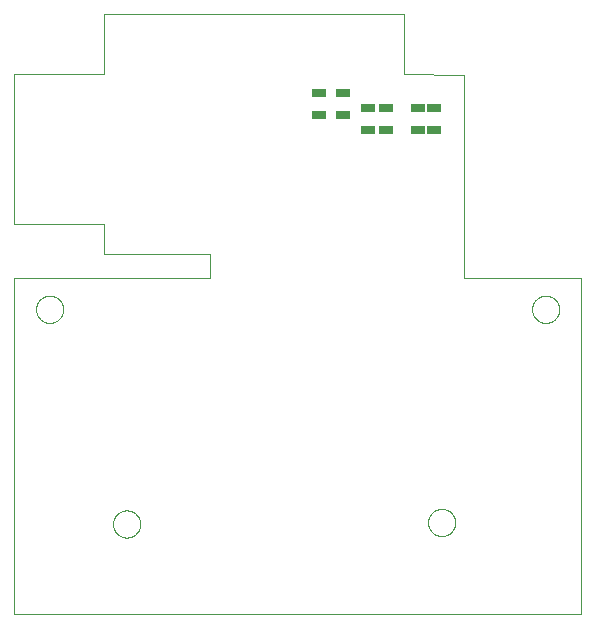
<source format=gtp>
G75*
%MOIN*%
%OFA0B0*%
%FSLAX25Y25*%
%IPPOS*%
%LPD*%
%AMOC8*
5,1,8,0,0,1.08239X$1,22.5*
%
%ADD10C,0.00000*%
%ADD11R,0.04724X0.03150*%
D10*
X0005000Y0004606D02*
X0193976Y0004606D01*
X0193976Y0116575D01*
X0155000Y0116575D01*
X0155000Y0184409D01*
X0134921Y0184449D01*
X0134882Y0184488D01*
X0134882Y0194409D01*
X0134921Y0204449D01*
X0034921Y0204449D01*
X0034921Y0194449D01*
X0034961Y0194409D01*
X0034921Y0194409D01*
X0034921Y0184449D01*
X0005000Y0184449D01*
X0005000Y0134449D01*
X0034921Y0134449D01*
X0034921Y0124449D01*
X0070346Y0124449D01*
X0070346Y0116575D01*
X0005000Y0116575D01*
X0005000Y0004606D01*
X0037972Y0034606D02*
X0037974Y0034740D01*
X0037980Y0034874D01*
X0037990Y0035008D01*
X0038004Y0035142D01*
X0038022Y0035275D01*
X0038043Y0035407D01*
X0038069Y0035539D01*
X0038099Y0035670D01*
X0038132Y0035800D01*
X0038169Y0035928D01*
X0038211Y0036056D01*
X0038255Y0036183D01*
X0038304Y0036308D01*
X0038356Y0036431D01*
X0038412Y0036553D01*
X0038472Y0036674D01*
X0038535Y0036792D01*
X0038601Y0036909D01*
X0038671Y0037023D01*
X0038744Y0037136D01*
X0038821Y0037246D01*
X0038901Y0037354D01*
X0038984Y0037459D01*
X0039070Y0037562D01*
X0039159Y0037662D01*
X0039251Y0037760D01*
X0039346Y0037855D01*
X0039444Y0037947D01*
X0039544Y0038036D01*
X0039647Y0038122D01*
X0039752Y0038205D01*
X0039860Y0038285D01*
X0039970Y0038362D01*
X0040083Y0038435D01*
X0040197Y0038505D01*
X0040314Y0038571D01*
X0040432Y0038634D01*
X0040553Y0038694D01*
X0040675Y0038750D01*
X0040798Y0038802D01*
X0040923Y0038851D01*
X0041050Y0038895D01*
X0041178Y0038937D01*
X0041306Y0038974D01*
X0041436Y0039007D01*
X0041567Y0039037D01*
X0041699Y0039063D01*
X0041831Y0039084D01*
X0041964Y0039102D01*
X0042098Y0039116D01*
X0042232Y0039126D01*
X0042366Y0039132D01*
X0042500Y0039134D01*
X0042634Y0039132D01*
X0042768Y0039126D01*
X0042902Y0039116D01*
X0043036Y0039102D01*
X0043169Y0039084D01*
X0043301Y0039063D01*
X0043433Y0039037D01*
X0043564Y0039007D01*
X0043694Y0038974D01*
X0043822Y0038937D01*
X0043950Y0038895D01*
X0044077Y0038851D01*
X0044202Y0038802D01*
X0044325Y0038750D01*
X0044447Y0038694D01*
X0044568Y0038634D01*
X0044686Y0038571D01*
X0044803Y0038505D01*
X0044917Y0038435D01*
X0045030Y0038362D01*
X0045140Y0038285D01*
X0045248Y0038205D01*
X0045353Y0038122D01*
X0045456Y0038036D01*
X0045556Y0037947D01*
X0045654Y0037855D01*
X0045749Y0037760D01*
X0045841Y0037662D01*
X0045930Y0037562D01*
X0046016Y0037459D01*
X0046099Y0037354D01*
X0046179Y0037246D01*
X0046256Y0037136D01*
X0046329Y0037023D01*
X0046399Y0036909D01*
X0046465Y0036792D01*
X0046528Y0036674D01*
X0046588Y0036553D01*
X0046644Y0036431D01*
X0046696Y0036308D01*
X0046745Y0036183D01*
X0046789Y0036056D01*
X0046831Y0035928D01*
X0046868Y0035800D01*
X0046901Y0035670D01*
X0046931Y0035539D01*
X0046957Y0035407D01*
X0046978Y0035275D01*
X0046996Y0035142D01*
X0047010Y0035008D01*
X0047020Y0034874D01*
X0047026Y0034740D01*
X0047028Y0034606D01*
X0047026Y0034472D01*
X0047020Y0034338D01*
X0047010Y0034204D01*
X0046996Y0034070D01*
X0046978Y0033937D01*
X0046957Y0033805D01*
X0046931Y0033673D01*
X0046901Y0033542D01*
X0046868Y0033412D01*
X0046831Y0033284D01*
X0046789Y0033156D01*
X0046745Y0033029D01*
X0046696Y0032904D01*
X0046644Y0032781D01*
X0046588Y0032659D01*
X0046528Y0032538D01*
X0046465Y0032420D01*
X0046399Y0032303D01*
X0046329Y0032189D01*
X0046256Y0032076D01*
X0046179Y0031966D01*
X0046099Y0031858D01*
X0046016Y0031753D01*
X0045930Y0031650D01*
X0045841Y0031550D01*
X0045749Y0031452D01*
X0045654Y0031357D01*
X0045556Y0031265D01*
X0045456Y0031176D01*
X0045353Y0031090D01*
X0045248Y0031007D01*
X0045140Y0030927D01*
X0045030Y0030850D01*
X0044917Y0030777D01*
X0044803Y0030707D01*
X0044686Y0030641D01*
X0044568Y0030578D01*
X0044447Y0030518D01*
X0044325Y0030462D01*
X0044202Y0030410D01*
X0044077Y0030361D01*
X0043950Y0030317D01*
X0043822Y0030275D01*
X0043694Y0030238D01*
X0043564Y0030205D01*
X0043433Y0030175D01*
X0043301Y0030149D01*
X0043169Y0030128D01*
X0043036Y0030110D01*
X0042902Y0030096D01*
X0042768Y0030086D01*
X0042634Y0030080D01*
X0042500Y0030078D01*
X0042366Y0030080D01*
X0042232Y0030086D01*
X0042098Y0030096D01*
X0041964Y0030110D01*
X0041831Y0030128D01*
X0041699Y0030149D01*
X0041567Y0030175D01*
X0041436Y0030205D01*
X0041306Y0030238D01*
X0041178Y0030275D01*
X0041050Y0030317D01*
X0040923Y0030361D01*
X0040798Y0030410D01*
X0040675Y0030462D01*
X0040553Y0030518D01*
X0040432Y0030578D01*
X0040314Y0030641D01*
X0040197Y0030707D01*
X0040083Y0030777D01*
X0039970Y0030850D01*
X0039860Y0030927D01*
X0039752Y0031007D01*
X0039647Y0031090D01*
X0039544Y0031176D01*
X0039444Y0031265D01*
X0039346Y0031357D01*
X0039251Y0031452D01*
X0039159Y0031550D01*
X0039070Y0031650D01*
X0038984Y0031753D01*
X0038901Y0031858D01*
X0038821Y0031966D01*
X0038744Y0032076D01*
X0038671Y0032189D01*
X0038601Y0032303D01*
X0038535Y0032420D01*
X0038472Y0032538D01*
X0038412Y0032659D01*
X0038356Y0032781D01*
X0038304Y0032904D01*
X0038255Y0033029D01*
X0038211Y0033156D01*
X0038169Y0033284D01*
X0038132Y0033412D01*
X0038099Y0033542D01*
X0038069Y0033673D01*
X0038043Y0033805D01*
X0038022Y0033937D01*
X0038004Y0034070D01*
X0037990Y0034204D01*
X0037980Y0034338D01*
X0037974Y0034472D01*
X0037972Y0034606D01*
X0012283Y0106173D02*
X0012285Y0106307D01*
X0012291Y0106441D01*
X0012301Y0106575D01*
X0012315Y0106709D01*
X0012333Y0106842D01*
X0012354Y0106974D01*
X0012380Y0107106D01*
X0012410Y0107237D01*
X0012443Y0107367D01*
X0012480Y0107495D01*
X0012522Y0107623D01*
X0012566Y0107750D01*
X0012615Y0107875D01*
X0012667Y0107998D01*
X0012723Y0108120D01*
X0012783Y0108241D01*
X0012846Y0108359D01*
X0012912Y0108476D01*
X0012982Y0108590D01*
X0013055Y0108703D01*
X0013132Y0108813D01*
X0013212Y0108921D01*
X0013295Y0109026D01*
X0013381Y0109129D01*
X0013470Y0109229D01*
X0013562Y0109327D01*
X0013657Y0109422D01*
X0013755Y0109514D01*
X0013855Y0109603D01*
X0013958Y0109689D01*
X0014063Y0109772D01*
X0014171Y0109852D01*
X0014281Y0109929D01*
X0014394Y0110002D01*
X0014508Y0110072D01*
X0014625Y0110138D01*
X0014743Y0110201D01*
X0014864Y0110261D01*
X0014986Y0110317D01*
X0015109Y0110369D01*
X0015234Y0110418D01*
X0015361Y0110462D01*
X0015489Y0110504D01*
X0015617Y0110541D01*
X0015747Y0110574D01*
X0015878Y0110604D01*
X0016010Y0110630D01*
X0016142Y0110651D01*
X0016275Y0110669D01*
X0016409Y0110683D01*
X0016543Y0110693D01*
X0016677Y0110699D01*
X0016811Y0110701D01*
X0016945Y0110699D01*
X0017079Y0110693D01*
X0017213Y0110683D01*
X0017347Y0110669D01*
X0017480Y0110651D01*
X0017612Y0110630D01*
X0017744Y0110604D01*
X0017875Y0110574D01*
X0018005Y0110541D01*
X0018133Y0110504D01*
X0018261Y0110462D01*
X0018388Y0110418D01*
X0018513Y0110369D01*
X0018636Y0110317D01*
X0018758Y0110261D01*
X0018879Y0110201D01*
X0018997Y0110138D01*
X0019114Y0110072D01*
X0019228Y0110002D01*
X0019341Y0109929D01*
X0019451Y0109852D01*
X0019559Y0109772D01*
X0019664Y0109689D01*
X0019767Y0109603D01*
X0019867Y0109514D01*
X0019965Y0109422D01*
X0020060Y0109327D01*
X0020152Y0109229D01*
X0020241Y0109129D01*
X0020327Y0109026D01*
X0020410Y0108921D01*
X0020490Y0108813D01*
X0020567Y0108703D01*
X0020640Y0108590D01*
X0020710Y0108476D01*
X0020776Y0108359D01*
X0020839Y0108241D01*
X0020899Y0108120D01*
X0020955Y0107998D01*
X0021007Y0107875D01*
X0021056Y0107750D01*
X0021100Y0107623D01*
X0021142Y0107495D01*
X0021179Y0107367D01*
X0021212Y0107237D01*
X0021242Y0107106D01*
X0021268Y0106974D01*
X0021289Y0106842D01*
X0021307Y0106709D01*
X0021321Y0106575D01*
X0021331Y0106441D01*
X0021337Y0106307D01*
X0021339Y0106173D01*
X0021337Y0106039D01*
X0021331Y0105905D01*
X0021321Y0105771D01*
X0021307Y0105637D01*
X0021289Y0105504D01*
X0021268Y0105372D01*
X0021242Y0105240D01*
X0021212Y0105109D01*
X0021179Y0104979D01*
X0021142Y0104851D01*
X0021100Y0104723D01*
X0021056Y0104596D01*
X0021007Y0104471D01*
X0020955Y0104348D01*
X0020899Y0104226D01*
X0020839Y0104105D01*
X0020776Y0103987D01*
X0020710Y0103870D01*
X0020640Y0103756D01*
X0020567Y0103643D01*
X0020490Y0103533D01*
X0020410Y0103425D01*
X0020327Y0103320D01*
X0020241Y0103217D01*
X0020152Y0103117D01*
X0020060Y0103019D01*
X0019965Y0102924D01*
X0019867Y0102832D01*
X0019767Y0102743D01*
X0019664Y0102657D01*
X0019559Y0102574D01*
X0019451Y0102494D01*
X0019341Y0102417D01*
X0019228Y0102344D01*
X0019114Y0102274D01*
X0018997Y0102208D01*
X0018879Y0102145D01*
X0018758Y0102085D01*
X0018636Y0102029D01*
X0018513Y0101977D01*
X0018388Y0101928D01*
X0018261Y0101884D01*
X0018133Y0101842D01*
X0018005Y0101805D01*
X0017875Y0101772D01*
X0017744Y0101742D01*
X0017612Y0101716D01*
X0017480Y0101695D01*
X0017347Y0101677D01*
X0017213Y0101663D01*
X0017079Y0101653D01*
X0016945Y0101647D01*
X0016811Y0101645D01*
X0016677Y0101647D01*
X0016543Y0101653D01*
X0016409Y0101663D01*
X0016275Y0101677D01*
X0016142Y0101695D01*
X0016010Y0101716D01*
X0015878Y0101742D01*
X0015747Y0101772D01*
X0015617Y0101805D01*
X0015489Y0101842D01*
X0015361Y0101884D01*
X0015234Y0101928D01*
X0015109Y0101977D01*
X0014986Y0102029D01*
X0014864Y0102085D01*
X0014743Y0102145D01*
X0014625Y0102208D01*
X0014508Y0102274D01*
X0014394Y0102344D01*
X0014281Y0102417D01*
X0014171Y0102494D01*
X0014063Y0102574D01*
X0013958Y0102657D01*
X0013855Y0102743D01*
X0013755Y0102832D01*
X0013657Y0102924D01*
X0013562Y0103019D01*
X0013470Y0103117D01*
X0013381Y0103217D01*
X0013295Y0103320D01*
X0013212Y0103425D01*
X0013132Y0103533D01*
X0013055Y0103643D01*
X0012982Y0103756D01*
X0012912Y0103870D01*
X0012846Y0103987D01*
X0012783Y0104105D01*
X0012723Y0104226D01*
X0012667Y0104348D01*
X0012615Y0104471D01*
X0012566Y0104596D01*
X0012522Y0104723D01*
X0012480Y0104851D01*
X0012443Y0104979D01*
X0012410Y0105109D01*
X0012380Y0105240D01*
X0012354Y0105372D01*
X0012333Y0105504D01*
X0012315Y0105637D01*
X0012301Y0105771D01*
X0012291Y0105905D01*
X0012285Y0106039D01*
X0012283Y0106173D01*
X0142972Y0035106D02*
X0142974Y0035240D01*
X0142980Y0035374D01*
X0142990Y0035508D01*
X0143004Y0035642D01*
X0143022Y0035775D01*
X0143043Y0035907D01*
X0143069Y0036039D01*
X0143099Y0036170D01*
X0143132Y0036300D01*
X0143169Y0036428D01*
X0143211Y0036556D01*
X0143255Y0036683D01*
X0143304Y0036808D01*
X0143356Y0036931D01*
X0143412Y0037053D01*
X0143472Y0037174D01*
X0143535Y0037292D01*
X0143601Y0037409D01*
X0143671Y0037523D01*
X0143744Y0037636D01*
X0143821Y0037746D01*
X0143901Y0037854D01*
X0143984Y0037959D01*
X0144070Y0038062D01*
X0144159Y0038162D01*
X0144251Y0038260D01*
X0144346Y0038355D01*
X0144444Y0038447D01*
X0144544Y0038536D01*
X0144647Y0038622D01*
X0144752Y0038705D01*
X0144860Y0038785D01*
X0144970Y0038862D01*
X0145083Y0038935D01*
X0145197Y0039005D01*
X0145314Y0039071D01*
X0145432Y0039134D01*
X0145553Y0039194D01*
X0145675Y0039250D01*
X0145798Y0039302D01*
X0145923Y0039351D01*
X0146050Y0039395D01*
X0146178Y0039437D01*
X0146306Y0039474D01*
X0146436Y0039507D01*
X0146567Y0039537D01*
X0146699Y0039563D01*
X0146831Y0039584D01*
X0146964Y0039602D01*
X0147098Y0039616D01*
X0147232Y0039626D01*
X0147366Y0039632D01*
X0147500Y0039634D01*
X0147634Y0039632D01*
X0147768Y0039626D01*
X0147902Y0039616D01*
X0148036Y0039602D01*
X0148169Y0039584D01*
X0148301Y0039563D01*
X0148433Y0039537D01*
X0148564Y0039507D01*
X0148694Y0039474D01*
X0148822Y0039437D01*
X0148950Y0039395D01*
X0149077Y0039351D01*
X0149202Y0039302D01*
X0149325Y0039250D01*
X0149447Y0039194D01*
X0149568Y0039134D01*
X0149686Y0039071D01*
X0149803Y0039005D01*
X0149917Y0038935D01*
X0150030Y0038862D01*
X0150140Y0038785D01*
X0150248Y0038705D01*
X0150353Y0038622D01*
X0150456Y0038536D01*
X0150556Y0038447D01*
X0150654Y0038355D01*
X0150749Y0038260D01*
X0150841Y0038162D01*
X0150930Y0038062D01*
X0151016Y0037959D01*
X0151099Y0037854D01*
X0151179Y0037746D01*
X0151256Y0037636D01*
X0151329Y0037523D01*
X0151399Y0037409D01*
X0151465Y0037292D01*
X0151528Y0037174D01*
X0151588Y0037053D01*
X0151644Y0036931D01*
X0151696Y0036808D01*
X0151745Y0036683D01*
X0151789Y0036556D01*
X0151831Y0036428D01*
X0151868Y0036300D01*
X0151901Y0036170D01*
X0151931Y0036039D01*
X0151957Y0035907D01*
X0151978Y0035775D01*
X0151996Y0035642D01*
X0152010Y0035508D01*
X0152020Y0035374D01*
X0152026Y0035240D01*
X0152028Y0035106D01*
X0152026Y0034972D01*
X0152020Y0034838D01*
X0152010Y0034704D01*
X0151996Y0034570D01*
X0151978Y0034437D01*
X0151957Y0034305D01*
X0151931Y0034173D01*
X0151901Y0034042D01*
X0151868Y0033912D01*
X0151831Y0033784D01*
X0151789Y0033656D01*
X0151745Y0033529D01*
X0151696Y0033404D01*
X0151644Y0033281D01*
X0151588Y0033159D01*
X0151528Y0033038D01*
X0151465Y0032920D01*
X0151399Y0032803D01*
X0151329Y0032689D01*
X0151256Y0032576D01*
X0151179Y0032466D01*
X0151099Y0032358D01*
X0151016Y0032253D01*
X0150930Y0032150D01*
X0150841Y0032050D01*
X0150749Y0031952D01*
X0150654Y0031857D01*
X0150556Y0031765D01*
X0150456Y0031676D01*
X0150353Y0031590D01*
X0150248Y0031507D01*
X0150140Y0031427D01*
X0150030Y0031350D01*
X0149917Y0031277D01*
X0149803Y0031207D01*
X0149686Y0031141D01*
X0149568Y0031078D01*
X0149447Y0031018D01*
X0149325Y0030962D01*
X0149202Y0030910D01*
X0149077Y0030861D01*
X0148950Y0030817D01*
X0148822Y0030775D01*
X0148694Y0030738D01*
X0148564Y0030705D01*
X0148433Y0030675D01*
X0148301Y0030649D01*
X0148169Y0030628D01*
X0148036Y0030610D01*
X0147902Y0030596D01*
X0147768Y0030586D01*
X0147634Y0030580D01*
X0147500Y0030578D01*
X0147366Y0030580D01*
X0147232Y0030586D01*
X0147098Y0030596D01*
X0146964Y0030610D01*
X0146831Y0030628D01*
X0146699Y0030649D01*
X0146567Y0030675D01*
X0146436Y0030705D01*
X0146306Y0030738D01*
X0146178Y0030775D01*
X0146050Y0030817D01*
X0145923Y0030861D01*
X0145798Y0030910D01*
X0145675Y0030962D01*
X0145553Y0031018D01*
X0145432Y0031078D01*
X0145314Y0031141D01*
X0145197Y0031207D01*
X0145083Y0031277D01*
X0144970Y0031350D01*
X0144860Y0031427D01*
X0144752Y0031507D01*
X0144647Y0031590D01*
X0144544Y0031676D01*
X0144444Y0031765D01*
X0144346Y0031857D01*
X0144251Y0031952D01*
X0144159Y0032050D01*
X0144070Y0032150D01*
X0143984Y0032253D01*
X0143901Y0032358D01*
X0143821Y0032466D01*
X0143744Y0032576D01*
X0143671Y0032689D01*
X0143601Y0032803D01*
X0143535Y0032920D01*
X0143472Y0033038D01*
X0143412Y0033159D01*
X0143356Y0033281D01*
X0143304Y0033404D01*
X0143255Y0033529D01*
X0143211Y0033656D01*
X0143169Y0033784D01*
X0143132Y0033912D01*
X0143099Y0034042D01*
X0143069Y0034173D01*
X0143043Y0034305D01*
X0143022Y0034437D01*
X0143004Y0034570D01*
X0142990Y0034704D01*
X0142980Y0034838D01*
X0142974Y0034972D01*
X0142972Y0035106D01*
X0177637Y0106173D02*
X0177639Y0106307D01*
X0177645Y0106441D01*
X0177655Y0106575D01*
X0177669Y0106709D01*
X0177687Y0106842D01*
X0177708Y0106974D01*
X0177734Y0107106D01*
X0177764Y0107237D01*
X0177797Y0107367D01*
X0177834Y0107495D01*
X0177876Y0107623D01*
X0177920Y0107750D01*
X0177969Y0107875D01*
X0178021Y0107998D01*
X0178077Y0108120D01*
X0178137Y0108241D01*
X0178200Y0108359D01*
X0178266Y0108476D01*
X0178336Y0108590D01*
X0178409Y0108703D01*
X0178486Y0108813D01*
X0178566Y0108921D01*
X0178649Y0109026D01*
X0178735Y0109129D01*
X0178824Y0109229D01*
X0178916Y0109327D01*
X0179011Y0109422D01*
X0179109Y0109514D01*
X0179209Y0109603D01*
X0179312Y0109689D01*
X0179417Y0109772D01*
X0179525Y0109852D01*
X0179635Y0109929D01*
X0179748Y0110002D01*
X0179862Y0110072D01*
X0179979Y0110138D01*
X0180097Y0110201D01*
X0180218Y0110261D01*
X0180340Y0110317D01*
X0180463Y0110369D01*
X0180588Y0110418D01*
X0180715Y0110462D01*
X0180843Y0110504D01*
X0180971Y0110541D01*
X0181101Y0110574D01*
X0181232Y0110604D01*
X0181364Y0110630D01*
X0181496Y0110651D01*
X0181629Y0110669D01*
X0181763Y0110683D01*
X0181897Y0110693D01*
X0182031Y0110699D01*
X0182165Y0110701D01*
X0182299Y0110699D01*
X0182433Y0110693D01*
X0182567Y0110683D01*
X0182701Y0110669D01*
X0182834Y0110651D01*
X0182966Y0110630D01*
X0183098Y0110604D01*
X0183229Y0110574D01*
X0183359Y0110541D01*
X0183487Y0110504D01*
X0183615Y0110462D01*
X0183742Y0110418D01*
X0183867Y0110369D01*
X0183990Y0110317D01*
X0184112Y0110261D01*
X0184233Y0110201D01*
X0184351Y0110138D01*
X0184468Y0110072D01*
X0184582Y0110002D01*
X0184695Y0109929D01*
X0184805Y0109852D01*
X0184913Y0109772D01*
X0185018Y0109689D01*
X0185121Y0109603D01*
X0185221Y0109514D01*
X0185319Y0109422D01*
X0185414Y0109327D01*
X0185506Y0109229D01*
X0185595Y0109129D01*
X0185681Y0109026D01*
X0185764Y0108921D01*
X0185844Y0108813D01*
X0185921Y0108703D01*
X0185994Y0108590D01*
X0186064Y0108476D01*
X0186130Y0108359D01*
X0186193Y0108241D01*
X0186253Y0108120D01*
X0186309Y0107998D01*
X0186361Y0107875D01*
X0186410Y0107750D01*
X0186454Y0107623D01*
X0186496Y0107495D01*
X0186533Y0107367D01*
X0186566Y0107237D01*
X0186596Y0107106D01*
X0186622Y0106974D01*
X0186643Y0106842D01*
X0186661Y0106709D01*
X0186675Y0106575D01*
X0186685Y0106441D01*
X0186691Y0106307D01*
X0186693Y0106173D01*
X0186691Y0106039D01*
X0186685Y0105905D01*
X0186675Y0105771D01*
X0186661Y0105637D01*
X0186643Y0105504D01*
X0186622Y0105372D01*
X0186596Y0105240D01*
X0186566Y0105109D01*
X0186533Y0104979D01*
X0186496Y0104851D01*
X0186454Y0104723D01*
X0186410Y0104596D01*
X0186361Y0104471D01*
X0186309Y0104348D01*
X0186253Y0104226D01*
X0186193Y0104105D01*
X0186130Y0103987D01*
X0186064Y0103870D01*
X0185994Y0103756D01*
X0185921Y0103643D01*
X0185844Y0103533D01*
X0185764Y0103425D01*
X0185681Y0103320D01*
X0185595Y0103217D01*
X0185506Y0103117D01*
X0185414Y0103019D01*
X0185319Y0102924D01*
X0185221Y0102832D01*
X0185121Y0102743D01*
X0185018Y0102657D01*
X0184913Y0102574D01*
X0184805Y0102494D01*
X0184695Y0102417D01*
X0184582Y0102344D01*
X0184468Y0102274D01*
X0184351Y0102208D01*
X0184233Y0102145D01*
X0184112Y0102085D01*
X0183990Y0102029D01*
X0183867Y0101977D01*
X0183742Y0101928D01*
X0183615Y0101884D01*
X0183487Y0101842D01*
X0183359Y0101805D01*
X0183229Y0101772D01*
X0183098Y0101742D01*
X0182966Y0101716D01*
X0182834Y0101695D01*
X0182701Y0101677D01*
X0182567Y0101663D01*
X0182433Y0101653D01*
X0182299Y0101647D01*
X0182165Y0101645D01*
X0182031Y0101647D01*
X0181897Y0101653D01*
X0181763Y0101663D01*
X0181629Y0101677D01*
X0181496Y0101695D01*
X0181364Y0101716D01*
X0181232Y0101742D01*
X0181101Y0101772D01*
X0180971Y0101805D01*
X0180843Y0101842D01*
X0180715Y0101884D01*
X0180588Y0101928D01*
X0180463Y0101977D01*
X0180340Y0102029D01*
X0180218Y0102085D01*
X0180097Y0102145D01*
X0179979Y0102208D01*
X0179862Y0102274D01*
X0179748Y0102344D01*
X0179635Y0102417D01*
X0179525Y0102494D01*
X0179417Y0102574D01*
X0179312Y0102657D01*
X0179209Y0102743D01*
X0179109Y0102832D01*
X0179011Y0102924D01*
X0178916Y0103019D01*
X0178824Y0103117D01*
X0178735Y0103217D01*
X0178649Y0103320D01*
X0178566Y0103425D01*
X0178486Y0103533D01*
X0178409Y0103643D01*
X0178336Y0103756D01*
X0178266Y0103870D01*
X0178200Y0103987D01*
X0178137Y0104105D01*
X0178077Y0104226D01*
X0178021Y0104348D01*
X0177969Y0104471D01*
X0177920Y0104596D01*
X0177876Y0104723D01*
X0177834Y0104851D01*
X0177797Y0104979D01*
X0177764Y0105109D01*
X0177734Y0105240D01*
X0177708Y0105372D01*
X0177687Y0105504D01*
X0177669Y0105637D01*
X0177655Y0105771D01*
X0177645Y0105905D01*
X0177639Y0106039D01*
X0177637Y0106173D01*
D11*
X0145000Y0166063D03*
X0139500Y0166063D03*
X0139500Y0173150D03*
X0145000Y0173150D03*
X0129000Y0173150D03*
X0123000Y0173150D03*
X0123000Y0166063D03*
X0129000Y0166063D03*
X0114500Y0171063D03*
X0114500Y0178150D03*
X0106500Y0178150D03*
X0106500Y0171063D03*
M02*

</source>
